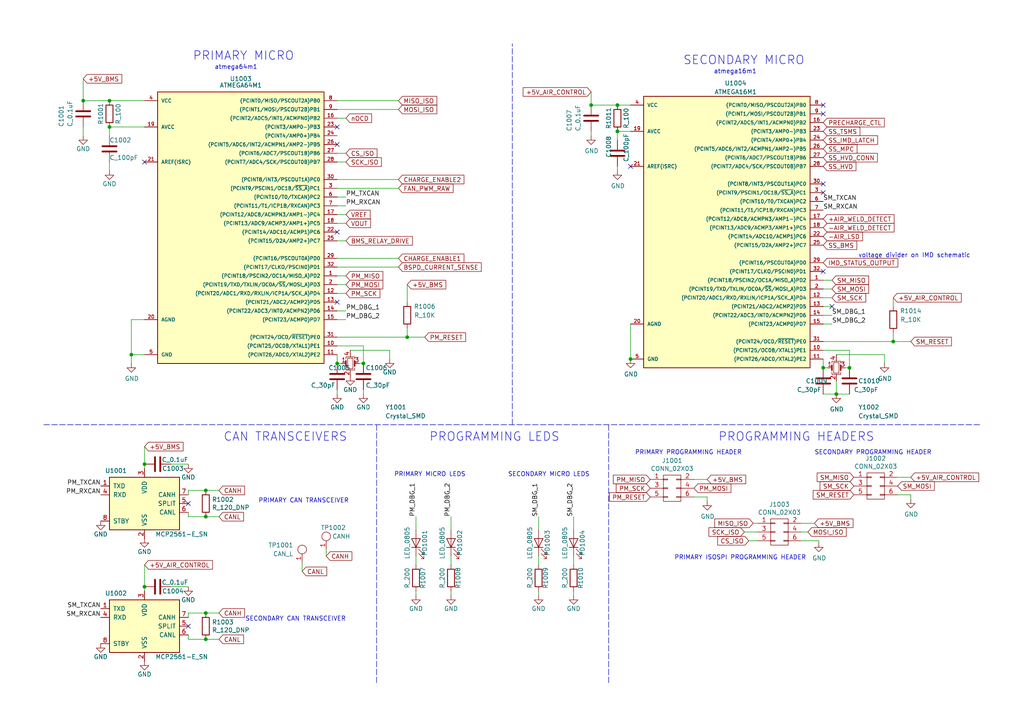
<source format=kicad_sch>
(kicad_sch (version 20211123) (generator eeschema)
  (paper "A4")
  (lib_symbols
    (symbol "formula:ATMEGA16M1" (pin_names (offset 1.016))
      (property "Reference" "U" (at -24.13 46.482 0))
      (property "Value" "ATMEGA16M1" (at 12.7 -35.56 0))
      (symbol "ATMEGA16M1_0_1"
        (rectangle (start -24.13 45.72) (end 24.13 -33.02) (stroke (width 0.254)) (fill (type background)))
      )
      (symbol "ATMEGA16M1_1_1"
        (pin bidirectional line (at 27.94 -7.62 180) (length 3.81) (name "(PCINT18/PSCIN2/OC1A/MISO_A)PD2") (number "1"))
        (pin bidirectional line (at 27.94 -27.94 180) (length 3.81) (name "(PCINT25/OC0B/XTAL1)PE1") (number "10"))
        (pin bidirectional line (at 27.94 -30.48 180) (length 3.81) (name "(PCINT26/ADC0/XTAL2)PE2") (number "11"))
        (pin bidirectional line (at 27.94 -12.7 180) (length 3.81) (name "(PCINT20/ADC1/RXD/RXLIN/ICP1A/SCK_A)PD4") (number "12"))
        (pin bidirectional line (at 27.94 -15.24 180) (length 3.81) (name "(PCINT21/ADC2/ACMP2)PD5") (number "13"))
        (pin bidirectional line (at 27.94 -17.78 180) (length 3.81) (name "(PCINT22/ADC3/INT0/ACMPN2)PD6") (number "14"))
        (pin bidirectional line (at 27.94 -20.32 180) (length 3.81) (name "(PCINT23/ACMP0)PD7") (number "15"))
        (pin bidirectional line (at 27.94 38.1 180) (length 3.81) (name "(PCINT2/ADC5/INT1/ACMPN0)PB2") (number "16"))
        (pin bidirectional line (at 27.94 10.16 180) (length 3.81) (name "(PCINT12/ADC8/ACMPN3/AMP1-)PC4") (number "17"))
        (pin bidirectional line (at 27.94 7.62 180) (length 3.81) (name "(PCINT13/ADC9/ACMP3/AMP1+)PC5") (number "18"))
        (pin power_in line (at -27.94 35.56 0) (length 3.81) (name "AVCC") (number "19"))
        (pin bidirectional line (at 27.94 -10.16 180) (length 3.81) (name "(PCINT19/TXD/TXLIN/OC0A/~{SS}/MOSI_A)PD3") (number "2"))
        (pin power_in line (at -27.94 -20.32 0) (length 3.81) (name "AGND") (number "20"))
        (pin power_in line (at -27.94 25.4 0) (length 3.81) (name "AREF(ISRC)") (number "21"))
        (pin bidirectional line (at 27.94 5.08 180) (length 3.81) (name "(PCINT14/ADC10/ACMP1)PC6") (number "22"))
        (pin bidirectional line (at 27.94 35.56 180) (length 3.81) (name "(PCINT3/AMP0-)PB3") (number "23"))
        (pin bidirectional line (at 27.94 33.02 180) (length 3.81) (name "(PCINT4/AMP0+)PB4") (number "24"))
        (pin bidirectional line (at 27.94 2.54 180) (length 3.81) (name "(PCINT15/D2A/AMP2+)PC7") (number "25"))
        (pin bidirectional line (at 27.94 30.48 180) (length 3.81) (name "(PCINT5/ADC6/INT2/ACMPN1/AMP2-)PB5") (number "26"))
        (pin bidirectional line (at 27.94 27.94 180) (length 3.81) (name "(PCINT6/ADC7/PSCOUT1B)PB6") (number "27"))
        (pin bidirectional line (at 27.94 25.4 180) (length 3.81) (name "(PCINT7/ADC4/SCK/PSCOUT0B)PB7") (number "28"))
        (pin bidirectional line (at 27.94 -2.54 180) (length 3.81) (name "(PCINT16/PSCOUT0A)PD0") (number "29"))
        (pin bidirectional line (at 27.94 17.78 180) (length 3.81) (name "(PCINT9/PSCIN1/OC1B/~{SS_A})PC1") (number "3"))
        (pin bidirectional line (at 27.94 20.32 180) (length 3.81) (name "(PCINT8/INT3/PSCOUT1A)PC0") (number "30"))
        (pin bidirectional line (at 27.94 -25.4 180) (length 3.81) (name "(PCINT24/OCD/~{RESET})PE0") (number "31"))
        (pin bidirectional line (at 27.94 -5.08 180) (length 3.81) (name "(PCINT17/CLKO/PSCIN0)PD1") (number "32"))
        (pin power_in line (at -27.94 43.18 0) (length 3.81) (name "VCC") (number "4"))
        (pin power_in line (at -27.94 -30.48 0) (length 3.81) (name "GND") (number "5"))
        (pin bidirectional line (at 27.94 15.24 180) (length 3.81) (name "(PCINT10/T0/TXCAN)PC2") (number "6"))
        (pin bidirectional line (at 27.94 12.7 180) (length 3.81) (name "(PCINT11/T1/ICP1B/RXCAN)PC3") (number "7"))
        (pin bidirectional line (at 27.94 43.18 180) (length 3.81) (name "(PCINT0/MISO/PSCOUT2A)PB0") (number "8"))
        (pin bidirectional line (at 27.94 40.64 180) (length 3.81) (name "(PCINT1/MOSI/PSCOUT2B)PB1") (number "9"))
      )
    )
    (symbol "formula:ATMEGA64M1" (pin_names (offset 1.016))
      (property "Reference" "U" (at -24.13 46.482 0))
      (property "Value" "ATMEGA64M1" (at 12.7 -35.56 0))
      (symbol "ATMEGA64M1_0_1"
        (rectangle (start -24.13 45.72) (end 24.13 -33.02) (stroke (width 0.254)) (fill (type background)))
      )
      (symbol "ATMEGA64M1_1_1"
        (pin bidirectional line (at 27.94 -7.62 180) (length 3.81) (name "(PCINT18/PSCIN2/OC1A/MISO_A)PD2") (number "1"))
        (pin bidirectional line (at 27.94 -27.94 180) (length 3.81) (name "(PCINT25/OC0B/XTAL1)PE1") (number "10"))
        (pin bidirectional line (at 27.94 -30.48 180) (length 3.81) (name "(PCINT26/ADC0/XTAL2)PE2") (number "11"))
        (pin bidirectional line (at 27.94 -12.7 180) (length 3.81) (name "(PCINT20/ADC1/RXD/RXLIN/ICP1A/SCK_A)PD4") (number "12"))
        (pin bidirectional line (at 27.94 -15.24 180) (length 3.81) (name "(PCINT21/ADC2/ACMP2)PD5") (number "13"))
        (pin bidirectional line (at 27.94 -17.78 180) (length 3.81) (name "(PCINT22/ADC3/INT0/ACMPN2)PD6") (number "14"))
        (pin bidirectional line (at 27.94 -20.32 180) (length 3.81) (name "(PCINT23/ACMP0)PD7") (number "15"))
        (pin bidirectional line (at 27.94 38.1 180) (length 3.81) (name "(PCINT2/ADC5/INT1/ACMPN0)PB2") (number "16"))
        (pin bidirectional line (at 27.94 10.16 180) (length 3.81) (name "(PCINT12/ADC8/ACMPN3/AMP1-)PC4") (number "17"))
        (pin bidirectional line (at 27.94 7.62 180) (length 3.81) (name "(PCINT13/ADC9/ACMP3/AMP1+)PC5") (number "18"))
        (pin power_in line (at -27.94 35.56 0) (length 3.81) (name "AVCC") (number "19"))
        (pin bidirectional line (at 27.94 -10.16 180) (length 3.81) (name "(PCINT19/TXD/TXLIN/OC0A/~{SS}/MOSI_A)PD3") (number "2"))
        (pin power_in line (at -27.94 -20.32 0) (length 3.81) (name "AGND") (number "20"))
        (pin power_in line (at -27.94 25.4 0) (length 3.81) (name "AREF(ISRC)") (number "21"))
        (pin bidirectional line (at 27.94 5.08 180) (length 3.81) (name "(PCINT14/ADC10/ACMP1)PC6") (number "22"))
        (pin bidirectional line (at 27.94 35.56 180) (length 3.81) (name "(PCINT3/AMP0-)PB3") (number "23"))
        (pin bidirectional line (at 27.94 33.02 180) (length 3.81) (name "(PCINT4/AMP0+)PB4") (number "24"))
        (pin bidirectional line (at 27.94 2.54 180) (length 3.81) (name "(PCINT15/D2A/AMP2+)PC7") (number "25"))
        (pin bidirectional line (at 27.94 30.48 180) (length 3.81) (name "(PCINT5/ADC6/INT2/ACMPN1/AMP2-)PB5") (number "26"))
        (pin bidirectional line (at 27.94 27.94 180) (length 3.81) (name "(PCINT6/ADC7/PSCOUT1B)PB6") (number "27"))
        (pin bidirectional line (at 27.94 25.4 180) (length 3.81) (name "(PCINT7/ADC4/SCK/PSCOUT0B)PB7") (number "28"))
        (pin bidirectional line (at 27.94 -2.54 180) (length 3.81) (name "(PCINT16/PSCOUT0A)PD0") (number "29"))
        (pin bidirectional line (at 27.94 17.78 180) (length 3.81) (name "(PCINT9/PSCIN1/OC1B/~{SS_A})PC1") (number "3"))
        (pin bidirectional line (at 27.94 20.32 180) (length 3.81) (name "(PCINT8/INT3/PSCOUT1A)PC0") (number "30"))
        (pin bidirectional line (at 27.94 -25.4 180) (length 3.81) (name "(PCINT24/OCD/~{RESET})PE0") (number "31"))
        (pin bidirectional line (at 27.94 -5.08 180) (length 3.81) (name "(PCINT17/CLKO/PSCIN0)PD1") (number "32"))
        (pin power_in line (at -27.94 43.18 0) (length 3.81) (name "VCC") (number "4"))
        (pin power_in line (at -27.94 -30.48 0) (length 3.81) (name "GND") (number "5"))
        (pin bidirectional line (at 27.94 15.24 180) (length 3.81) (name "(PCINT10/T0/TXCAN)PC2") (number "6"))
        (pin bidirectional line (at 27.94 12.7 180) (length 3.81) (name "(PCINT11/T1/ICP1B/RXCAN)PC3") (number "7"))
        (pin bidirectional line (at 27.94 43.18 180) (length 3.81) (name "(PCINT0/MISO/PSCOUT2A)PB0") (number "8"))
        (pin bidirectional line (at 27.94 40.64 180) (length 3.81) (name "(PCINT1/MOSI/PSCOUT2B)PB1") (number "9"))
      )
    )
    (symbol "formula:CONN_02X03" (pin_names (offset 0.0254) hide)
      (property "Reference" "J" (at 0 5.08 0))
      (property "Value" "CONN_02X03" (at 0 -5.08 0))
      (symbol "CONN_02X03_0_1"
        (rectangle (start -2.54 -2.413) (end -1.27 -2.667))
        (rectangle (start -2.54 0.127) (end -1.27 -0.127))
        (rectangle (start -2.54 2.667) (end -1.27 2.413))
        (rectangle (start -2.54 3.81) (end 2.54 -3.81))
        (rectangle (start 1.27 -2.413) (end 2.54 -2.667))
        (rectangle (start 1.27 0.127) (end 2.54 -0.127))
        (rectangle (start 1.27 2.667) (end 2.54 2.413))
      )
      (symbol "CONN_02X03_1_1"
        (pin passive line (at -6.35 2.54 0) (length 3.81) (name "P1") (number "1"))
        (pin passive line (at 6.35 2.54 180) (length 3.81) (name "P2") (number "2"))
        (pin passive line (at -6.35 0 0) (length 3.81) (name "P3") (number "3"))
        (pin passive line (at 6.35 0 180) (length 3.81) (name "P4") (number "4"))
        (pin passive line (at -6.35 -2.54 0) (length 3.81) (name "P5") (number "5"))
        (pin passive line (at 6.35 -2.54 180) (length 3.81) (name "P6") (number "6"))
      )
    )
    (symbol "formula:C_0.1uF" (pin_numbers hide) (pin_names (offset 0.254))
      (property "Reference" "C" (at 0.635 2.54 0))
      (property "Value" "C_0.1uF" (at 0.635 -2.54 0))
      (symbol "C_0.1uF_0_1"
        (polyline (pts (xy -2.032 -0.762) (xy 2.032 -0.762)) (stroke (width 0.508)))
        (polyline (pts (xy -2.032 0.762) (xy 2.032 0.762)) (stroke (width 0.508)))
      )
      (symbol "C_0.1uF_1_1"
        (pin passive line (at 0 3.81 270) (length 2.794) (name "~") (number "1"))
        (pin passive line (at 0 -3.81 90) (length 2.794) (name "~") (number "2"))
      )
    )
    (symbol "formula:C_100pF" (pin_numbers hide) (pin_names (offset 0.254))
      (property "Reference" "C" (at 0.635 2.54 0))
      (property "Value" "C_100pF" (at 0.635 -2.54 0))
      (symbol "C_100pF_0_1"
        (polyline (pts (xy -2.032 -0.762) (xy 2.032 -0.762)) (stroke (width 0.508)))
        (polyline (pts (xy -2.032 0.762) (xy 2.032 0.762)) (stroke (width 0.508)))
      )
      (symbol "C_100pF_1_1"
        (pin passive line (at 0 3.81 270) (length 2.794) (name "~") (number "1"))
        (pin passive line (at 0 -3.81 90) (length 2.794) (name "~") (number "2"))
      )
    )
    (symbol "formula:C_30pF" (pin_numbers hide) (pin_names (offset 0.254))
      (property "Reference" "C" (at 0.635 2.54 0))
      (property "Value" "C_30pF" (at 0.635 -2.54 0))
      (symbol "C_30pF_0_1"
        (polyline (pts (xy -2.032 -0.762) (xy 2.032 -0.762)) (stroke (width 0.508)))
        (polyline (pts (xy -2.032 0.762) (xy 2.032 0.762)) (stroke (width 0.508)))
      )
      (symbol "C_30pF_1_1"
        (pin passive line (at 0 3.81 270) (length 2.794) (name "~") (number "1"))
        (pin passive line (at 0 -3.81 90) (length 2.794) (name "~") (number "2"))
      )
    )
    (symbol "formula:Crystal_SMD" (pin_names (offset 1.016) hide)
      (property "Reference" "Y" (at 1.27 4.445 0))
      (property "Value" "Crystal_SMD" (at 1.27 2.54 0))
      (symbol "Crystal_SMD_0_1"
        (rectangle (start -0.762 -1.524) (end 0.762 1.524))
        (polyline (pts (xy -1.27 -0.762) (xy -1.27 0.762)) (stroke (width 0.381)))
        (polyline (pts (xy 1.27 -0.762) (xy 1.27 0.762)) (stroke (width 0.381)))
        (polyline (pts (xy -1.27 -1.27) (xy -1.27 -1.905) (xy 1.27 -1.905) (xy 1.27 -1.27)))
        (polyline (pts (xy -1.27 1.27) (xy -1.27 1.905) (xy 1.27 1.905) (xy 1.27 1.27)))
      )
      (symbol "Crystal_SMD_1_1"
        (pin passive line (at -2.54 0 0) (length 1.27) (name "1") (number "1"))
        (pin passive line (at 0 -3.81 90) (length 1.905) (name "2") (number "2"))
        (pin passive line (at 2.54 0 180) (length 1.27) (name "3") (number "3"))
        (pin passive line (at 0 3.81 270) (length 1.905) (name "4") (number "4"))
      )
    )
    (symbol "formula:LED_0805" (pin_numbers hide) (pin_names (offset 1.016) hide)
      (property "Reference" "D" (at 0 -2.54 0))
      (property "Value" "LED_0805" (at 0 2.54 0))
      (symbol "LED_0805_0_1"
        (polyline (pts (xy -1.27 -1.27) (xy -1.27 1.27)) (stroke (width 0.2032)))
        (polyline (pts (xy -1.27 0) (xy 1.27 0)))
        (polyline (pts (xy 1.27 -1.27) (xy 1.27 1.27) (xy -1.27 0) (xy 1.27 -1.27)) (stroke (width 0.2032)))
        (polyline (pts (xy -3.048 -0.762) (xy -4.572 -2.286) (xy -3.81 -2.286) (xy -4.572 -2.286) (xy -4.572 -1.524)))
        (polyline (pts (xy -1.778 -0.762) (xy -3.302 -2.286) (xy -2.54 -2.286) (xy -3.302 -2.286) (xy -3.302 -1.524)))
      )
      (symbol "LED_0805_1_1"
        (pin passive line (at -3.81 0 0) (length 2.54) (name "K") (number "1"))
        (pin passive line (at 3.81 0 180) (length 2.54) (name "A") (number "2"))
      )
    )
    (symbol "formula:MCP2561-E_SN" (pin_names (offset 1.016))
      (property "Reference" "U" (at -10.16 8.89 0))
      (property "Value" "MCP2561-E_SN" (at 2.54 8.89 0))
      (symbol "MCP2561-E_SN_0_1"
        (rectangle (start -10.16 7.62) (end 10.16 -7.62) (stroke (width 0.254)) (fill (type background)))
      )
      (symbol "MCP2561-E_SN_1_1"
        (pin input line (at -12.7 5.08 0) (length 2.54) (name "TXD") (number "1"))
        (pin power_in line (at 0 -10.16 90) (length 2.54) (name "VSS") (number "2"))
        (pin power_in line (at 0 10.16 270) (length 2.54) (name "VDD") (number "3"))
        (pin output line (at -12.7 2.54 0) (length 2.54) (name "RXD") (number "4"))
        (pin passive line (at 12.7 0 180) (length 2.54) (name "SPLIT") (number "5"))
        (pin bidirectional line (at 12.7 -2.54 180) (length 2.54) (name "CANL") (number "6"))
        (pin bidirectional line (at 12.7 2.54 180) (length 2.54) (name "CANH") (number "7"))
        (pin input line (at -12.7 -5.08 0) (length 2.54) (name "STBY") (number "8"))
      )
    )
    (symbol "formula:R_100" (pin_numbers hide) (pin_names (offset 0))
      (property "Reference" "R" (at 2.032 0 90))
      (property "Value" "R_100" (at -2.54 0 90))
      (symbol "R_100_0_1"
        (rectangle (start -1.016 -2.54) (end 1.016 2.54) (stroke (width 0.254)))
      )
      (symbol "R_100_1_1"
        (pin passive line (at 0 3.81 270) (length 1.27) (name "~") (number "1"))
        (pin passive line (at 0 -3.81 90) (length 1.27) (name "~") (number "2"))
      )
    )
    (symbol "formula:R_10K" (pin_numbers hide) (pin_names (offset 0))
      (property "Reference" "R" (at 2.032 0 90))
      (property "Value" "R_10K" (at -2.54 0 90))
      (symbol "R_10K_0_1"
        (rectangle (start -1.016 -2.54) (end 1.016 2.54) (stroke (width 0.254)))
      )
      (symbol "R_10K_1_1"
        (pin passive line (at 0 3.81 270) (length 1.27) (name "~") (number "1"))
        (pin passive line (at 0 -3.81 90) (length 1.27) (name "~") (number "2"))
      )
    )
    (symbol "formula:R_120_DNP" (pin_numbers hide) (pin_names (offset 0))
      (property "Reference" "R" (at 2.032 0 90))
      (property "Value" "R_120_DNP" (at -2.54 0 90))
      (symbol "R_120_DNP_0_1"
        (rectangle (start -1.016 -2.54) (end 1.016 2.54) (stroke (width 0.254)))
      )
      (symbol "R_120_DNP_1_1"
        (pin passive line (at 0 3.81 270) (length 1.27) (name "~") (number "1"))
        (pin passive line (at 0 -3.81 90) (length 1.27) (name "~") (number "2"))
      )
    )
    (symbol "formula:R_200" (pin_numbers hide) (pin_names (offset 0))
      (property "Reference" "R" (at 2.032 0 90))
      (property "Value" "R_200" (at -2.54 0 90))
      (symbol "R_200_0_1"
        (rectangle (start -1.016 -2.54) (end 1.016 2.54) (stroke (width 0.254)))
      )
      (symbol "R_200_1_1"
        (pin passive line (at 0 3.81 270) (length 1.27) (name "~") (number "1"))
        (pin passive line (at 0 -3.81 90) (length 1.27) (name "~") (number "2"))
      )
    )
    (symbol "formula:Test_Point_SMD" (pin_names (offset 1.016))
      (property "Reference" "TP" (at 0 7.62 0))
      (property "Value" "Test_Point_SMD" (at 1.27 5.08 0))
      (symbol "Test_Point_SMD_1_1"
        (circle (center 0 2.54) (radius 1.27))
        (pin input line (at 0 -1.27 90) (length 2.54) (name "~") (number "1"))
      )
    )
    (symbol "power:GND" (power) (pin_names (offset 0))
      (property "Value" "GND" (at 0 -3.81 0))
      (symbol "GND_0_1"
        (polyline (pts (xy 0 0) (xy 0 -1.27) (xy 1.27 -1.27) (xy 0 -2.54) (xy -1.27 -1.27) (xy 0 -1.27)))
      )
      (symbol "GND_1_1"
        (pin power_in line (at 0 0 270) (length 0) hide (name "GND") (number "1"))
      )
    )
  )
  (junction (at 24.13 29.21))
  (junction (at 31.75 36.83))
  (junction (at 59.69 185.42))
  (junction (at 179.07 30.48))
  (junction (at 118.11 97.79))
  (junction (at 238.76 106.68))
  (junction (at 59.69 177.8))
  (junction (at 182.88 104.14))
  (junction (at 31.75 29.21))
  (junction (at 97.79 105.41))
  (junction (at 259.08 99.06))
  (junction (at 246.38 106.68))
  (junction (at 59.69 142.24))
  (junction (at 171.45 30.48))
  (junction (at 59.69 149.86))
  (junction (at 179.07 38.1))
  (junction (at 41.91 134.62))
  (junction (at 38.1 102.87))
  (junction (at 242.57 114.3))
  (junction (at 105.41 105.41))
  (junction (at 41.91 170.18))
  (no_connect (at 238.76 55.88))
  (no_connect (at 238.76 53.34))
  (no_connect (at 241.3 88.9))
  (no_connect (at 238.76 78.74))
  (no_connect (at 97.79 87.63))
  (no_connect (at 182.88 48.26))
  (no_connect (at 238.76 30.48))
  (no_connect (at 238.76 33.02))
  (no_connect (at 97.79 41.91))
  (no_connect (at 54.61 146.05))
  (no_connect (at 97.79 67.31))
  (no_connect (at 54.61 181.61))
  (no_connect (at 97.79 36.83))
  (no_connect (at 41.91 46.99))
  (wire (pts (xy 97.79 54.61) (xy 115.57 54.61)))
  (wire (pts (xy 31.75 36.83) (xy 31.75 39.37)))
  (wire (pts (xy 97.79 74.93) (xy 115.57 74.93)))
  (wire (pts (xy 241.3 86.36) (xy 238.76 86.36)))
  (wire (pts (xy 54.61 149.86) (xy 54.61 148.59)))
  (wire (pts (xy 97.79 80.01) (xy 100.33 80.01)))
  (wire (pts (xy 94.615 159.385) (xy 94.615 161.29)))
  (wire (pts (xy 166.37 149.86) (xy 166.37 153.67)))
  (wire (pts (xy 49.53 170.18) (xy 54.61 170.18)))
  (wire (pts (xy 166.37 161.29) (xy 166.37 163.83)))
  (wire (pts (xy 24.13 36.83) (xy 24.13 39.37)))
  (wire (pts (xy 205.105 145.415) (xy 205.105 144.145)))
  (wire (pts (xy 31.75 29.21) (xy 41.91 29.21)))
  (wire (pts (xy 41.91 163.83) (xy 41.91 170.18)))
  (wire (pts (xy 171.45 26.67) (xy 171.45 30.48)))
  (wire (pts (xy 54.61 185.42) (xy 54.61 184.15)))
  (wire (pts (xy 59.69 177.8) (xy 63.5 177.8)))
  (wire (pts (xy 97.79 64.77) (xy 100.33 64.77)))
  (wire (pts (xy 97.79 113.03) (xy 97.79 114.3)))
  (wire (pts (xy 246.38 101.6) (xy 246.38 106.68)))
  (wire (pts (xy 97.79 69.85) (xy 100.33 69.85)))
  (wire (pts (xy 232.41 154.305) (xy 234.315 154.305)))
  (wire (pts (xy 241.3 81.28) (xy 238.76 81.28)))
  (wire (pts (xy 115.57 29.21) (xy 97.79 29.21)))
  (wire (pts (xy 120.65 171.45) (xy 120.65 172.72)))
  (wire (pts (xy 130.81 171.45) (xy 130.81 172.72)))
  (wire (pts (xy 97.79 77.47) (xy 115.57 77.47)))
  (wire (pts (xy 259.08 96.52) (xy 259.08 99.06)))
  (wire (pts (xy 179.07 48.26) (xy 179.07 49.53)))
  (wire (pts (xy 171.45 38.1) (xy 171.45 39.37)))
  (wire (pts (xy 97.79 59.69) (xy 100.33 59.69)))
  (wire (pts (xy 38.1 92.71) (xy 38.1 102.87)))
  (wire (pts (xy 97.79 82.55) (xy 100.33 82.55)))
  (wire (pts (xy 242.57 110.49) (xy 242.57 114.3)))
  (wire (pts (xy 41.91 92.71) (xy 38.1 92.71)))
  (wire (pts (xy 101.6 101.6) (xy 113.03 101.6)))
  (wire (pts (xy 97.79 46.99) (xy 100.33 46.99)))
  (wire (pts (xy 97.79 92.71) (xy 100.33 92.71)))
  (polyline (pts (xy 12.7 123.19) (xy 284.48 123.19)))
  (wire (pts (xy 24.13 29.21) (xy 31.75 29.21)))
  (wire (pts (xy 113.03 101.6) (xy 113.03 104.14)))
  (wire (pts (xy 41.91 129.54) (xy 41.91 134.62)))
  (wire (pts (xy 97.79 57.15) (xy 100.33 57.15)))
  (wire (pts (xy 238.76 101.6) (xy 246.38 101.6)))
  (wire (pts (xy 238.76 88.9) (xy 241.3 88.9)))
  (wire (pts (xy 130.81 149.86) (xy 130.81 153.67)))
  (polyline (pts (xy 109.22 123.19) (xy 109.22 198.12)))
  (wire (pts (xy 97.79 100.33) (xy 105.41 100.33)))
  (wire (pts (xy 49.53 134.62) (xy 54.61 134.62)))
  (wire (pts (xy 156.21 161.29) (xy 156.21 163.83)))
  (polyline (pts (xy 176.53 123.19) (xy 176.53 198.12)))
  (wire (pts (xy 171.45 30.48) (xy 179.07 30.48)))
  (wire (pts (xy 54.61 185.42) (xy 59.69 185.42)))
  (wire (pts (xy 238.76 114.3) (xy 242.57 114.3)))
  (wire (pts (xy 240.03 106.68) (xy 238.76 106.68)))
  (wire (pts (xy 130.81 161.29) (xy 130.81 163.83)))
  (wire (pts (xy 264.16 144.78) (xy 264.16 143.51)))
  (wire (pts (xy 218.44 151.765) (xy 219.71 151.765)))
  (wire (pts (xy 118.11 95.25) (xy 118.11 97.79)))
  (wire (pts (xy 97.79 31.75) (xy 115.57 31.75)))
  (wire (pts (xy 156.21 149.86) (xy 156.21 153.67)))
  (wire (pts (xy 105.41 105.41) (xy 104.14 105.41)))
  (wire (pts (xy 260.35 138.43) (xy 264.16 138.43)))
  (wire (pts (xy 156.21 171.45) (xy 156.21 172.72)))
  (wire (pts (xy 241.3 93.98) (xy 238.76 93.98)))
  (wire (pts (xy 238.76 99.06) (xy 259.08 99.06)))
  (wire (pts (xy 232.41 151.765) (xy 236.22 151.765)))
  (wire (pts (xy 241.3 83.82) (xy 238.76 83.82)))
  (wire (pts (xy 259.08 86.36) (xy 259.08 88.9)))
  (wire (pts (xy 264.16 143.51) (xy 260.35 143.51)))
  (wire (pts (xy 201.295 139.065) (xy 205.105 139.065)))
  (wire (pts (xy 97.79 44.45) (xy 100.33 44.45)))
  (wire (pts (xy 54.61 177.8) (xy 54.61 179.07)))
  (wire (pts (xy 242.57 102.87) (xy 256.54 102.87)))
  (wire (pts (xy 105.41 113.03) (xy 105.41 114.3)))
  (wire (pts (xy 38.1 102.87) (xy 41.91 102.87)))
  (wire (pts (xy 97.79 97.79) (xy 118.11 97.79)))
  (wire (pts (xy 38.1 102.87) (xy 38.1 105.41)))
  (wire (pts (xy 97.79 90.17) (xy 100.33 90.17)))
  (wire (pts (xy 54.61 177.8) (xy 59.69 177.8)))
  (wire (pts (xy 54.61 142.24) (xy 54.61 143.51)))
  (wire (pts (xy 59.69 142.24) (xy 63.5 142.24)))
  (wire (pts (xy 41.91 170.18) (xy 41.91 171.45)))
  (wire (pts (xy 54.61 149.86) (xy 59.69 149.86)))
  (wire (pts (xy 54.61 142.24) (xy 59.69 142.24)))
  (wire (pts (xy 182.88 93.98) (xy 182.88 104.14)))
  (wire (pts (xy 217.17 156.845) (xy 219.71 156.845)))
  (wire (pts (xy 97.79 34.29) (xy 100.33 34.29)))
  (wire (pts (xy 241.3 91.44) (xy 238.76 91.44)))
  (wire (pts (xy 24.13 29.21) (xy 24.13 22.86)))
  (wire (pts (xy 105.41 100.33) (xy 105.41 105.41)))
  (wire (pts (xy 205.105 144.145) (xy 201.295 144.145)))
  (wire (pts (xy 238.76 104.14) (xy 238.76 106.68)))
  (polyline (pts (xy 148.59 123.19) (xy 148.59 12.7)))
  (wire (pts (xy 97.79 62.23) (xy 100.33 62.23)))
  (wire (pts (xy 31.75 46.99) (xy 31.75 49.53)))
  (wire (pts (xy 242.57 114.3) (xy 246.38 114.3)))
  (wire (pts (xy 97.79 85.09) (xy 100.33 85.09)))
  (wire (pts (xy 120.65 161.29) (xy 120.65 163.83)))
  (wire (pts (xy 59.69 185.42) (xy 63.5 185.42)))
  (wire (pts (xy 97.79 52.07) (xy 115.57 52.07)))
  (wire (pts (xy 59.69 149.86) (xy 63.5 149.86)))
  (wire (pts (xy 232.41 156.845) (xy 237.49 156.845)))
  (wire (pts (xy 179.07 38.1) (xy 179.07 40.64)))
  (wire (pts (xy 97.79 102.87) (xy 97.79 105.41)))
  (wire (pts (xy 118.11 97.79) (xy 123.19 97.79)))
  (wire (pts (xy 87.63 163.195) (xy 87.63 165.735)))
  (wire (pts (xy 31.75 36.83) (xy 41.91 36.83)))
  (wire (pts (xy 120.65 149.86) (xy 120.65 153.67)))
  (wire (pts (xy 237.49 156.845) (xy 237.49 157.48)))
  (wire (pts (xy 41.91 134.62) (xy 41.91 135.89)))
  (wire (pts (xy 179.07 30.48) (xy 182.88 30.48)))
  (wire (pts (xy 259.08 99.06) (xy 264.16 99.06)))
  (wire (pts (xy 97.79 105.41) (xy 99.06 105.41)))
  (wire (pts (xy 256.54 102.87) (xy 256.54 105.41)))
  (wire (pts (xy 245.11 106.68) (xy 246.38 106.68)))
  (wire (pts (xy 166.37 171.45) (xy 166.37 172.72)))
  (wire (pts (xy 182.88 38.1) (xy 179.07 38.1)))
  (wire (pts (xy 118.11 82.55) (xy 118.11 87.63)))
  (wire (pts (xy 215.9 154.305) (xy 219.71 154.305)))
  (text "PRIMARY PROGRAMMING HEADER" (at 184.15 132.08 0) (effects (font (size 1.27 1.27)) (justify left bottom)))
  (text "atmega64m1\n" (at 62.23 20.32 0) (effects (font (size 1.27 1.27)) (justify left bottom)))
  (text "SECONDARY CAN TRANSCEIVER" (at 71.12 180.34 0) (effects (font (size 1.27 1.27)) (justify left bottom)))
  (text "PROGRAMMING HEADERS" (at 208.28 128.27 0) (effects (font (size 2.4892 2.4892)) (justify left bottom)))
  (text "atmega16m1\n" (at 207.01 21.59 0) (effects (font (size 1.27 1.27)) (justify left bottom)))
  (text "PROGRAMMING LEDS" (at 124.46 128.27 0) (effects (font (size 2.4892 2.4892)) (justify left bottom)))
  (text "PRIMARY MICRO LEDS" (at 114.3 138.43 0) (effects (font (size 1.27 1.27)) (justify left bottom)))
  (text "voltage divider on IMD schematic" (at 248.92 74.93 0) (effects (font (size 1.27 1.27)) (justify left bottom)))
  (text "SECONDARY MICRO LEDS" (at 147.32 138.43 0) (effects (font (size 1.27 1.27)) (justify left bottom)))
  (text "PRIMARY MICRO" (at 55.88 17.78 0) (effects (font (size 2.4892 2.4892)) (justify left bottom)))
  (text "SECONDARY PROGRAMMING HEADER" (at 236.22 132.08 0) (effects (font (size 1.27 1.27)) (justify left bottom)))
  (text "PRIMARY ISOSPI PROGRAMMING HEADER" (at 195.58 162.56 0) (effects (font (size 1.27 1.27)) (justify left bottom)))
  (text "SECONDARY MICRO" (at 198.12 19.05 0) (effects (font (size 2.4892 2.4892)) (justify left bottom)))
  (text "PRIMARY CAN TRANSCEIVER" (at 74.93 146.05 0) (effects (font (size 1.27 1.27)) (justify left bottom)))
  (text "CAN TRANSCEIVERS" (at 64.77 128.27 0) (effects (font (size 2.4892 2.4892)) (justify left bottom)))
  (label "SM_DBG_2" (at 166.37 149.86 90))
  (label "SM_RXCAN" (at 238.76 60.96 0))
  (label "SM_DBG_1" (at 156.21 149.86 90))
  (label "PM_RXCAN" (at 100.33 59.69 0))
  (label "PM_DBG_1" (at 100.33 90.17 0))
  (label "PM_TXCAN" (at 100.33 57.15 0))
  (label "PM_DBG_1" (at 120.65 149.86 90))
  (label "PM_DBG_2" (at 100.33 92.71 0))
  (label "PM_DBG_2" (at 130.81 149.86 90))
  (label "PM_TXCAN" (at 29.21 140.97 180))
  (label "SM_DBG_1" (at 241.3 91.44 0))
  (label "PM_RXCAN" (at 29.21 143.51 180))
  (label "SM_TXCAN" (at 29.21 176.53 180))
  (label "SM_DBG_2" (at 241.3 93.98 0))
  (label "SM_RXCAN" (at 29.21 179.07 180))
  (label "SM_TXCAN" (at 238.76 58.42 0))
  (global_label "-AIR_WELD_DETECT" (shape input) (at 238.76 66.04 0) (property "Intersheet References" "${INTERSHEET_REFS}" (effects hide)))
  (global_label "MOSI_ISO" (shape input) (at 234.315 154.305 0) (property "Intersheet References" "${INTERSHEET_REFS}" (effects hide)))
  (global_label "IMD_STATUS_OUTPUT" (shape input) (at 238.76 76.2 0) (property "Intersheet References" "${INTERSHEET_REFS}" (effects hide)))
  (global_label "VOUT" (shape input) (at 100.33 64.77 0) (property "Intersheet References" "${INTERSHEET_REFS}" (effects hide)))
  (global_label "-AIR_LSD" (shape input) (at 238.76 68.58 0) (property "Intersheet References" "${INTERSHEET_REFS}" (effects hide)))
  (global_label "PM_SCK" (shape input) (at 100.33 85.09 0) (property "Intersheet References" "${INTERSHEET_REFS}" (effects hide)))
  (global_label "SCK_ISO" (shape input) (at 100.33 46.99 0) (property "Intersheet References" "${INTERSHEET_REFS}" (effects hide)))
  (global_label "PM_MISO" (shape input) (at 100.33 80.01 0) (property "Intersheet References" "${INTERSHEET_REFS}" (effects hide)))
  (global_label "VREF" (shape input) (at 100.33 62.23 0) (property "Intersheet References" "${INTERSHEET_REFS}" (effects hide)))
  (global_label "SM_RESET" (shape input) (at 247.65 143.51 180) (property "Intersheet References" "${INTERSHEET_REFS}" (effects hide)))
  (global_label "CANL" (shape input) (at 63.5 149.86 0) (property "Intersheet References" "${INTERSHEET_REFS}" (effects hide)))
  (global_label "SM_MISO" (shape input) (at 241.3 81.28 0) (property "Intersheet References" "${INTERSHEET_REFS}" (effects hide)))
  (global_label "PM_MOSI" (shape input) (at 100.33 82.55 0) (property "Intersheet References" "${INTERSHEET_REFS}" (effects hide)))
  (global_label "CANL" (shape input) (at 63.5 185.42 0) (property "Intersheet References" "${INTERSHEET_REFS}" (effects hide)))
  (global_label "+5V_BMS" (shape input) (at 205.105 139.065 0) (property "Intersheet References" "${INTERSHEET_REFS}" (effects hide)))
  (global_label "PM_SCK" (shape input) (at 188.595 141.605 180) (property "Intersheet References" "${INTERSHEET_REFS}" (effects hide)))
  (global_label "+5V_BMS" (shape input) (at 41.91 129.54 0) (property "Intersheet References" "${INTERSHEET_REFS}" (effects hide)))
  (global_label "SM_MOSI" (shape input) (at 241.3 83.82 0) (property "Intersheet References" "${INTERSHEET_REFS}" (effects hide)))
  (global_label "+5V_BMS" (shape input) (at 118.11 82.55 0) (property "Intersheet References" "${INTERSHEET_REFS}" (effects hide)))
  (global_label "FAN_PWM_RAW" (shape input) (at 115.57 54.61 0) (property "Intersheet References" "${INTERSHEET_REFS}" (effects hide)))
  (global_label "SS_BMS" (shape input) (at 238.76 71.12 0) (property "Intersheet References" "${INTERSHEET_REFS}" (effects hide)))
  (global_label "SCK_ISO" (shape input) (at 215.9 154.305 180) (property "Intersheet References" "${INTERSHEET_REFS}" (effects hide)))
  (global_label "CANH" (shape input) (at 94.615 161.29 0) (property "Intersheet References" "${INTERSHEET_REFS}" (effects hide)))
  (global_label "SM_MISO" (shape input) (at 247.65 138.43 180) (property "Intersheet References" "${INTERSHEET_REFS}" (effects hide)))
  (global_label "PM_RESET" (shape input) (at 123.19 97.79 0) (property "Intersheet References" "${INTERSHEET_REFS}" (effects hide)))
  (global_label "SS_HVD_CONN" (shape input) (at 238.76 45.72 0) (property "Intersheet References" "${INTERSHEET_REFS}" (effects hide)))
  (global_label "+5V_AIR_CONTROL" (shape input) (at 41.91 163.83 0) (property "Intersheet References" "${INTERSHEET_REFS}" (effects hide)))
  (global_label "MOSI_ISO" (shape input) (at 115.57 31.75 0) (property "Intersheet References" "${INTERSHEET_REFS}" (effects hide)))
  (global_label "PM_MOSI" (shape input) (at 201.295 141.605 0) (property "Intersheet References" "${INTERSHEET_REFS}" (effects hide)))
  (global_label "SM_SCK" (shape input) (at 241.3 86.36 0) (property "Intersheet References" "${INTERSHEET_REFS}" (effects hide)))
  (global_label "+5V_AIR_CONTROL" (shape input) (at 259.08 86.36 0) (property "Intersheet References" "${INTERSHEET_REFS}" (effects hide)))
  (global_label "MISO_ISO" (shape input) (at 218.44 151.765 180) (property "Intersheet References" "${INTERSHEET_REFS}" (effects hide)))
  (global_label "+5V_BMS" (shape input) (at 24.13 22.86 0) (property "Intersheet References" "${INTERSHEET_REFS}" (effects hide)))
  (global_label "MISO_ISO" (shape input) (at 115.57 29.21 0) (property "Intersheet References" "${INTERSHEET_REFS}" (effects hide)))
  (global_label "PM_MISO" (shape input) (at 188.595 139.065 180) (property "Intersheet References" "${INTERSHEET_REFS}" (effects hide)))
  (global_label "+AIR_WELD_DETECT" (shape input) (at 238.76 63.5 0) (property "Intersheet References" "${INTERSHEET_REFS}" (effects hide)))
  (global_label "CANL" (shape input) (at 87.63 165.735 0) (property "Intersheet References" "${INTERSHEET_REFS}" (effects hide)))
  (global_label "SM_SCK" (shape input) (at 247.65 140.97 180) (property "Intersheet References" "${INTERSHEET_REFS}" (effects hide)))
  (global_label "SS_HVD" (shape input) (at 238.76 48.26 0) (property "Intersheet References" "${INTERSHEET_REFS}" (effects hide)))
  (global_label "+5V_AIR_CONTROL" (shape input) (at 264.16 138.43 0) (property "Intersheet References" "${INTERSHEET_REFS}" (effects hide)))
  (global_label "CS_ISO" (shape input) (at 217.17 156.845 180) (property "Intersheet References" "${INTERSHEET_REFS}" (effects hide)))
  (global_label "SS_TSMS" (shape input) (at 238.76 38.1 0) (property "Intersheet References" "${INTERSHEET_REFS}" (effects hide)))
  (global_label "SS_MPC" (shape input) (at 238.76 43.18 0) (property "Intersheet References" "${INTERSHEET_REFS}" (effects hide)))
  (global_label "CHARGE_ENABLE1" (shape input) (at 115.57 74.93 0) (property "Intersheet References" "${INTERSHEET_REFS}" (effects hide)))
  (global_label "SS_IMD_LATCH" (shape input) (at 238.76 40.64 0) (property "Intersheet References" "${INTERSHEET_REFS}" (effects hide)))
  (global_label "BSPD_CURRENT_SENSE" (shape input) (at 115.57 77.47 0) (property "Intersheet References" "${INTERSHEET_REFS}" (effects hide)))
  (global_label "CS_ISO" (shape input) (at 100.33 44.45 0) (property "Intersheet References" "${INTERSHEET_REFS}" (effects hide)))
  (global_label "CANH" (shape input) (at 63.5 177.8 0) (property "Intersheet References" "${INTERSHEET_REFS}" (effects hide)))
  (global_label "PM_RESET" (shape input) (at 188.595 144.145 180) (property "Intersheet References" "${INTERSHEET_REFS}" (effects hide)))
  (global_label "+5V_BMS" (shape input) (at 236.22 151.765 0) (property "Intersheet References" "${INTERSHEET_REFS}" (effects hide)))
  (global_label "nOCD" (shape input) (at 100.33 34.29 0) (property "Intersheet References" "${INTERSHEET_REFS}" (effects hide)))
  (global_label "SM_MOSI" (shape input) (at 260.35 140.97 0) (property "Intersheet References" "${INTERSHEET_REFS}" (effects hide)))
  (global_label "CANH" (shape input) (at 63.5 142.24 0) (property "Intersheet References" "${INTERSHEET_REFS}" (effects hide)))
  (global_label "+5V_AIR_CONTROL" (shape input) (at 171.45 26.67 180) (property "Intersheet References" "${INTERSHEET_REFS}" (effects hide)))
  (global_label "SM_RESET" (shape input) (at 264.16 99.06 0) (property "Intersheet References" "${INTERSHEET_REFS}" (effects hide)))
  (global_label "PRECHARGE_CTL" (shape input) (at 238.76 35.56 0) (property "Intersheet References" "${INTERSHEET_REFS}" (effects hide)))
  (global_label "CHARGE_ENABLE2" (shape input) (at 115.57 52.07 0) (property "Intersheet References" "${INTERSHEET_REFS}" (effects hide)))
  (global_label "BMS_RELAY_DRIVE" (shape input) (at 100.33 69.85 0) (property "Intersheet References" "${INTERSHEET_REFS}" (effects hide)))
  (symbol (lib_id "formula:LED_0805") (at 120.65 157.48 90) (unit 1)
    (property "Reference" "PD1001" (at 123.19 157.48 0))
    (property "Value" "LED_0805" (at 118.11 157.48 0))
    (property "Footprint" "footprints:LED_0805_OEM" (effects hide))
    (property "Datasheet" "http://www.osram-os.com/Graphics/XPic9/00078860_0.pdf" (effects hide))
    (property "MFN" "DK" (effects hide))
    (property "MPN" "475-1410-1-ND" (effects hide))
    (property "PurchasingLink" "https://www.digikey.com/products/en?keywords=475-1410-1-ND" (effects hide))
  )
  (symbol (lib_id "formula:LED_0805") (at 130.81 157.48 90) (unit 1)
    (property "Reference" "PD1002" (at 133.35 157.48 0))
    (property "Value" "LED_0805" (at 128.27 157.48 0))
    (property "Footprint" "footprints:LED_0805_OEM" (effects hide))
    (property "Datasheet" "http://www.osram-os.com/Graphics/XPic9/00078860_0.pdf" (effects hide))
    (property "MFN" "DK" (effects hide))
    (property "MPN" "475-1410-1-ND" (effects hide))
    (property "PurchasingLink" "https://www.digikey.com/products/en?keywords=475-1410-1-ND" (effects hide))
  )
  (symbol (lib_id "formula:R_200") (at 120.65 167.64 0) (unit 1)
    (property "Reference" "R1007" (at 122.682 167.64 90))
    (property "Value" "R_200" (at 118.11 167.64 90))
    (property "Footprint" "footprints:R_0805_OEM" (effects hide))
    (property "Datasheet" "https://www.seielect.com/Catalog/SEI-RMCF_RMCP.pdf" (effects hide))
    (property "MFN" "DK" (effects hide))
    (property "MPN" "RMCF0805JT200RCT-ND" (effects hide))
    (property "PurchasingLink" "https://www.digikey.com/products/en?keywords=RMCF0805JT200RCT-ND" (effects hide))
  )
  (symbol (lib_id "formula:R_200") (at 130.81 167.64 0) (unit 1)
    (property "Reference" "R1008" (at 132.842 167.64 90))
    (property "Value" "R_200" (at 128.27 167.64 90))
    (property "Footprint" "footprints:R_0805_OEM" (effects hide))
    (property "Datasheet" "https://www.seielect.com/Catalog/SEI-RMCF_RMCP.pdf" (effects hide))
    (property "MFN" "DK" (effects hide))
    (property "MPN" "RMCF0805JT200RCT-ND" (effects hide))
    (property "PurchasingLink" "https://www.digikey.com/products/en?keywords=RMCF0805JT200RCT-ND" (effects hide))
  )
  (symbol (lib_id "power:GND") (at 120.65 172.72 0) (unit 1)
    (property "Reference" "#PWR0115" (effects hide))
    (property "Value" "GND" (at 120.65 176.53 0))
  )
  (symbol (lib_id "power:GND") (at 130.81 172.72 0) (unit 1)
    (property "Reference" "#PWR0118" (effects hide))
    (property "Value" "GND" (at 130.81 176.53 0))
  )
  (symbol (lib_id "formula:R_100") (at 31.75 33.02 0) (unit 1)
    (property "Reference" "R1001" (at 29.21 33.02 90))
    (property "Value" "R_100" (at 34.29 33.02 90))
    (property "Footprint" "footprints:R_0805_OEM" (effects hide))
    (property "Datasheet" "https://www.seielect.com/Catalog/SEI-rncp.pdf" (effects hide))
    (property "MFN" "Digi-Key" (effects hide))
    (property "MPN" "RNCP0805FTD100RCT-ND" (effects hide))
    (property "Package" "Value" (effects hide))
    (property "PurchasingLink" "https://www.digikey.com/products/en?keywords=RNCP0805FTD100RCT-ND" (effects hide))
  )
  (symbol (lib_id "formula:C_0.1uF") (at 24.13 33.02 0) (unit 1)
    (property "Reference" "C1001" (at 17.78 36.83 90) (effects (justify left)))
    (property "Value" "C_0.1uF" (at 20.32 36.83 90) (effects (justify left)))
    (property "Footprint" "footprints:C_0805_OEM" (effects hide))
    (property "Datasheet" "http://datasheets.avx.com/X7RDielectric.pdf" (effects hide))
    (property "MPN" "478-3352-1-ND" (effects hide))
    (property "MFN" "Digi-Key" (effects hide))
    (property "Package" "Value" (effects hide))
    (property "PurchasingLink" "https://www.digikey.com/products/en?keywords=478-3352-1-ND" (effects hide))
  )
  (symbol (lib_id "formula:C_100pF") (at 31.75 43.18 0) (unit 1)
    (property "Reference" "C1002" (at 31.75 40.64 0) (effects (justify left)))
    (property "Value" "C_100pF" (at 31.75 45.72 0) (effects (justify left)))
    (property "Footprint" "footprints:C_0805_OEM" (effects hide))
    (property "Datasheet" "https://content.kemet.com/datasheets/KEM_C1003_C0G_SMD.pdf" (effects hide))
    (property "MPN" "399-1122-1-ND" (effects hide))
    (property "MFN" "Digi-Key" (effects hide))
    (property "Package" "Value" (effects hide))
    (property "PurchasingLink" "https://www.digikey.com/product-detail/en/kemet/C0805C101J5GACTU/399-1122-1-ND/411397" (effects hide))
  )
  (symbol (lib_id "formula:C_30pF") (at 105.41 109.22 0) (unit 1)
    (property "Reference" "C1006" (at 106.045 106.68 0) (effects (justify left)))
    (property "Value" "C_30pF" (at 106.045 111.76 0) (effects (justify left)))
    (property "Footprint" "footprints:C_0805_OEM" (effects hide))
    (property "Datasheet" "https://media.digikey.com/pdf/Data%20Sheets/Samsung%20PDFs/CL_Series_MLCC_ds.pdf" (effects hide))
    (property "MPN" "1276-1130-1-ND" (effects hide))
    (property "MFN" "Digi-Key" (effects hide))
    (property "Package" "Value" (effects hide))
    (property "PurchasingLink" "https://www.digikey.com/product-detail/en/samsung-electro-mechanics-america-inc/CL21C300JBANNNC/1276-1130-1-ND/3889216" (effects hide))
  )
  (symbol (lib_id "formula:C_30pF") (at 97.79 109.22 0) (unit 1)
    (property "Reference" "C1005" (at 95.25 106.68 0) (effects (justify left)))
    (property "Value" "C_30pF" (at 90.17 111.76 0) (effects (justify left)))
    (property "Footprint" "footprints:C_0805_OEM" (effects hide))
    (property "Datasheet" "https://media.digikey.com/pdf/Data%20Sheets/Samsung%20PDFs/CL_Series_MLCC_ds.pdf" (effects hide))
    (property "MPN" "1276-1130-1-ND" (effects hide))
    (property "MFN" "Digi-Key" (effects hide))
    (property "Package" "Value" (effects hide))
    (property "PurchasingLink" "https://www.digikey.com/product-detail/en/samsung-electro-mechanics-america-inc/CL21C300JBANNNC/1276-1130-1-ND/3889216" (effects hide))
  )
  (symbol (lib_id "power:GND") (at 31.75 49.53 0) (unit 1)
    (property "Reference" "#PWR0107" (effects hide))
    (property "Value" "GND" (at 31.75 53.34 0))
  )
  (symbol (lib_id "power:GND") (at 24.13 39.37 0) (unit 1)
    (property "Reference" "#PWR0108" (effects hide))
    (property "Value" "GND" (at 24.13 43.18 0))
  )
  (symbol (lib_id "power:GND") (at 101.6 109.22 0) (unit 1)
    (property "Reference" "#PWR0122" (effects hide))
    (property "Value" "GND" (at 101.6 113.03 0))
  )
  (symbol (lib_id "power:GND") (at 97.79 114.3 0) (unit 1)
    (property "Reference" "#PWR0116" (effects hide))
    (property "Value" "GND" (at 97.79 118.11 0))
  )
  (symbol (lib_id "power:GND") (at 105.41 114.3 0) (unit 1)
    (property "Reference" "#PWR0121" (effects hide))
    (property "Value" "GND" (at 105.41 118.11 0))
  )
  (symbol (lib_id "power:GND") (at 113.03 104.14 0) (unit 1)
    (property "Reference" "#PWR0120" (effects hide))
    (property "Value" "GND" (at 113.03 107.95 0))
  )
  (symbol (lib_id "formula:Crystal_SMD") (at 101.6 105.41 0) (unit 1)
    (property "Reference" "Y1001" (at 111.76 118.11 0) (effects (justify left)))
    (property "Value" "Crystal_SMD" (at 111.76 120.65 0) (effects (justify left)))
    (property "Footprint" "footprints:Crystal_SMD_FA238" (effects hide))
    (property "Datasheet" "https://support.epson.biz/td/api/doc_check.php?dl=brief_FA-238V_en.pdf" (effects hide))
    (property "MFN" "Digi-Key" (effects hide))
    (property "MPN" "SER3686CT-ND" (effects hide))
    (property "Package" "Value" (effects hide))
    (property "PurchasingLink" "https://www.digikey.com/products/en?keywords=SER3686CT-ND" (effects hide))
  )
  (symbol (lib_id "formula:ATMEGA16M1") (at 210.82 73.66 0) (unit 1)
    (property "Reference" "U1004" (at 213.36 24.13 0))
    (property "Value" "ATMEGA16M1" (at 213.36 26.67 0))
    (property "Footprint" "footprints:TQFP-32_7x7mm_Pitch0.8mm" (effects hide))
    (property "Datasheet" "http://ww1.microchip.com/downloads/en/DeviceDoc/Atmel-8209-8-bit%20AVR%20ATmega16M1-32M1-64M1_Datasheet.pdf" (effects hide))
    (property "MFN" "DK" (effects hide))
    (property "MPN" "ATMEGA16M1-AU-ND" (effects hide))
    (property "PurchasingLink" "https://www.digikey.com/product-detail/en/atmel/ATMEGA16M1-AU/ATMEGA16M1-AU-ND/2271208" (effects hide))
  )
  (symbol (lib_id "formula:R_10K") (at 259.08 92.71 0) (unit 1)
    (property "Reference" "R1014" (at 264.16 90.17 0))
    (property "Value" "R_10K" (at 264.16 92.71 0))
    (property "Footprint" "footprints:R_0805_OEM" (effects hide))
    (property "Datasheet" "http://www.bourns.com/data/global/pdfs/CRS.pdf" (effects hide))
    (property "MFN" "DK" (effects hide))
    (property "MPN" "CRS0805-FX-1002ELFCT-ND" (effects hide))
    (property "PurchasingLink" "https://www.digikey.com/products/en?keywords=CRS0805-FX-1002ELFCT-ND" (effects hide))
  )
  (symbol (lib_id "formula:Crystal_SMD") (at 242.57 106.68 0) (unit 1)
    (property "Reference" "Y1002" (at 248.92 118.11 0) (effects (justify left)))
    (property "Value" "Crystal_SMD" (at 248.92 120.65 0) (effects (justify left)))
    (property "Footprint" "footprints:Crystal_SMD_FA238" (effects hide))
    (property "Datasheet" "http://www.txccorp.com/download/products/quartz_crystals/2015TXC_7M_17.pdf" (effects hide))
    (property "MFN" "DK" (effects hide))
    (property "MPN" "887-1125-1-ND" (effects hide))
    (property "PurchasingLink" "https://www.digikey.com/product-detail/en/txc-corporation/7M-16.000MAAJ-T/887-1125-1-ND/2119014" (effects hide))
  )
  (symbol (lib_id "formula:C_30pF") (at 246.38 110.49 0) (unit 1)
    (property "Reference" "C1010" (at 248.92 110.49 0) (effects (justify left)))
    (property "Value" "C_30pF" (at 247.65 113.03 0) (effects (justify left)))
    (property "Footprint" "footprints:C_0805_OEM" (effects hide))
    (property "Datasheet" "https://media.digikey.com/pdf/Data%20Sheets/Samsung%20PDFs/CL_Series_MLCC_ds.pdf" (effects hide))
    (property "MFN" "DK" (effects hide))
    (property "MPN" "1276-1130-1-ND" (effects hide))
    (property "PurchasingLink" "https://www.digikey.com/product-detail/en/samsung-electro-mechanics-america-inc/CL21C300JBANNNC/1276-1130-1-ND/3889216" (effects hide))
  )
  (symbol (lib_id "formula:C_30pF") (at 238.76 110.49 0) (unit 1)
    (property "Reference" "C1009" (at 233.68 110.49 0) (effects (justify left)))
    (property "Value" "C_30pF" (at 231.14 113.03 0) (effects (justify left)))
    (property "Footprint" "footprints:C_0805_OEM" (effects hide))
    (property "Datasheet" "https://media.digikey.com/pdf/Data%20Sheets/Samsung%20PDFs/CL_Series_MLCC_ds.pdf" (effects hide))
    (property "MFN" "DK" (effects hide))
    (property "MPN" "1276-1130-1-ND" (effects hide))
    (property "PurchasingLink" "https://www.digikey.com/product-detail/en/samsung-electro-mechanics-america-inc/CL21C300JBANNNC/1276-1130-1-ND/3889216" (effects hide))
  )
  (symbol (lib_id "power:GND") (at 242.57 114.3 0) (unit 1)
    (property "Reference" "#PWR0128" (effects hide))
    (property "Value" "GND" (at 242.697 118.6942 0))
  )
  (symbol (lib_id "power:GND") (at 256.54 105.41 0) (unit 1)
    (property "Reference" "#PWR0130" (effects hide))
    (property "Value" "GND" (at 256.667 109.8042 0))
  )
  (symbol (lib_id "power:GND") (at 182.88 104.14 0) (unit 1)
    (property "Reference" "#PWR0124" (effects hide))
    (property "Value" "GND" (at 183.007 108.5342 0))
  )
  (symbol (lib_id "formula:C_0.1uF") (at 171.45 34.29 0) (unit 1)
    (property "Reference" "C1007" (at 165.1 38.1 90) (effects (justify left)))
    (property "Value" "C_0.1uF" (at 167.64 38.1 90) (effects (justify left)))
    (property "Footprint" "footprints:C_0805_OEM" (effects hide))
    (property "Datasheet" "http://datasheets.avx.com/X7RDielectric.pdf" (effects hide))
    (property "MFN" "DK" (effects hide))
    (property "MPN" "478-3352-1-ND" (effects hide))
    (property "PurchasingLink" "https://www.digikey.com/products/en?keywords=478-3352-1-ND" (effects hide))
  )
  (symbol (lib_id "power:GND") (at 171.45 39.37 0) (unit 1)
    (property "Reference" "#PWR0123" (effects hide))
    (property "Value" "GND" (at 171.577 43.7642 0))
  )
  (symbol (lib_id "formula:C_100pF") (at 179.07 44.45 0) (unit 1)
    (property "Reference" "C1008" (at 176.53 45.72 90) (effects (justify left)))
    (property "Value" "C_100pF" (at 181.61 46.99 90) (effects (justify left)))
    (property "Footprint" "footprints:C_0805_OEM" (effects hide))
    (property "Datasheet" "https://katalog.we-online.de/pbs/datasheet/885012007057.pdf" (effects hide))
    (property "MFN" "DK" (effects hide))
    (property "MPN" "732-7852-1-ND" (effects hide))
    (property "PurchasingLink" "https://www.digikey.com/product-detail/en/wurth-electronics-inc/885012007057/732-7852-1-ND/5454479" (effects hide))
  )
  (symbol (lib_id "power:GND") (at 179.07 49.53 0) (unit 1)
    (property "Reference" "#PWR0129" (effects hide))
    (property "Value" "GND" (at 179.197 53.9242 0))
  )
  (symbol (lib_id "formula:LED_0805") (at 156.21 157.48 90) (unit 1)
    (property "Reference" "PD1003" (at 158.75 157.48 0))
    (property "Value" "LED_0805" (at 153.67 157.48 0))
    (property "Footprint" "footprints:LED_0805_OEM" (effects hide))
    (property "Datasheet" "http://www.osram-os.com/Graphics/XPic9/00078860_0.pdf" (effects hide))
    (property "MFN" "DK" (effects hide))
    (property "MPN" "475-1410-1-ND" (effects hide))
    (property "PurchasingLink" "https://www.digikey.com/products/en?keywords=475-1410-1-ND" (effects hide))
  )
  (symbol (lib_id "formula:LED_0805") (at 166.37 157.48 90) (unit 1)
    (property "Reference" "PD1004" (at 168.91 157.48 0))
    (property "Value" "LED_0805" (at 163.83 157.48 0))
    (property "Footprint" "footprints:LED_0805_OEM" (effects hide))
    (property "Datasheet" "http://www.osram-os.com/Graphics/XPic9/00078860_0.pdf" (effects hide))
    (property "MFN" "DK" (effects hide))
    (property "MPN" "475-1410-1-ND" (effects hide))
    (property "PurchasingLink" "https://www.digikey.com/products/en?keywords=475-1410-1-ND" (effects hide))
  )
  (symbol (lib_id "formula:R_200") (at 156.21 167.64 0) (unit 1)
    (property "Reference" "R1009" (at 158.242 167.64 90))
    (property "Value" "R_200" (at 153.67 167.64 90))
    (property "Footprint" "footprints:R_0805_OEM" (effects hide))
    (property "Datasheet" "https://www.seielect.com/Catalog/SEI-RMCF_RMCP.pdf" (effects hide))
    (property "MFN" "DK" (effects hide))
    (property "MPN" "RMCF0805JT200RCT-ND" (effects hide))
    (property "PurchasingLink" "https://www.digikey.com/products/en?keywords=RMCF0805JT200RCT-ND" (effects hide))
  )
  (symbol (lib_id "formula:R_200") (at 166.37 167.64 0) (unit 1)
    (property "Reference" "R1010" (at 168.402 167.64 90))
    (property "Value" "R_200" (at 163.83 167.64 90))
    (property "Footprint" "footprints:R_0805_OEM" (effects hide))
    (property "Datasheet" "https://www.seielect.com/Catalog/SEI-RMCF_RMCP.pdf" (effects hide))
    (property "MFN" "DK" (effects hide))
    (property "MPN" "RMCF0805JT200RCT-ND" (effects hide))
    (property "PurchasingLink" "https://www.digikey.com/products/en?keywords=RMCF0805JT200RCT-ND" (effects hide))
  )
  (symbol (lib_id "power:GND") (at 156.21 172.72 0) (unit 1)
    (property "Reference" "#PWR0119" (effects hide))
    (property "Value" "GND" (at 156.21 176.53 0))
  )
  (symbol (lib_id "power:GND") (at 166.37 172.72 0) (unit 1)
    (property "Reference" "#PWR0117" (effects hide))
    (property "Value" "GND" (at 166.37 176.53 0))
  )
  (symbol (lib_id "formula:CONN_02X03") (at 194.945 141.605 0) (unit 1)
    (property "Reference" "J1001" (at 194.945 133.604 0))
    (property "Value" "CONN_02X03" (at 194.945 135.9154 0))
    (property "Footprint" "footprints:Pin_Header_Straight_2x03" (effects hide))
    (property "Datasheet" "http://portal.fciconnect.com/Comergent//fci/drawing/67996.pdf" (effects hide))
    (property "MFN" "DK" (effects hide))
    (property "MPN" "609-3234-ND" (effects hide))
    (property "PurchasingLink" "https://www.digikey.com/product-detail/en/amphenol-fci/67997-206HLF/609-3234-ND/1878491" (effects hide))
  )
  (symbol (lib_id "power:GND") (at 205.105 145.415 0) (unit 1)
    (property "Reference" "#PWR0127" (effects hide))
    (property "Value" "GND" (at 205.232 149.8092 0))
  )
  (symbol (lib_id "formula:C_0.1uF") (at 45.72 134.62 90) (unit 1)
    (property "Reference" "C1003" (at 53.34 135.89 90) (effects (justify left)))
    (property "Value" "C_0.1uF" (at 54.61 133.35 90) (effects (justify left)))
    (property "Footprint" "footprints:C_0805_OEM" (effects hide))
    (property "Datasheet" "http://datasheets.avx.com/X7RDielectric.pdf" (effects hide))
    (property "MPN" "478-3352-1-ND" (effects hide))
    (property "MFN" "Digi-Key" (effects hide))
    (property "Package" "Value" (effects hide))
    (property "PurchasingLink" "https://www.digikey.com/products/en?keywords=478-3352-1-ND" (effects hide))
  )
  (symbol (lib_id "power:GND") (at 29.21 151.13 0) (unit 1)
    (property "Reference" "#PWR0109" (effects hide))
    (property "Value" "GND" (at 29.21 154.94 0))
  )
  (symbol (lib_id "power:GND") (at 41.91 156.21 0) (unit 1)
    (property "Reference" "#PWR0110" (effects hide))
    (property "Value" "GND" (at 41.91 160.02 0))
  )
  (symbol (lib_id "power:GND") (at 54.61 134.62 0) (unit 1)
    (property "Reference" "#PWR0111" (effects hide))
    (property "Value" "GND" (at 54.61 138.43 0))
  )
  (symbol (lib_id "formula:MCP2561-E_SN") (at 41.91 146.05 0) (unit 1)
    (property "Reference" "U1001" (at 33.655 136.525 0))
    (property "Value" "MCP2561-E_SN" (at 52.705 154.94 0))
    (property "Footprint" "footprints:SOIC-8_3.9x4.9mm_Pitch1.27mm_OEM" (effects hide))
    (property "Datasheet" "http://www.microchip.com/mymicrochip/filehandler.aspx?ddocname=en561044" (effects hide))
    (property "MFN" "DK" (effects hide))
    (property "MPN" "MCP2561-E/SN-ND" (effects hide))
    (property "PurchasingLink" "https://www.digikey.com/products/en?keywords=mcp2561-e%2Fsn" (effects hide))
  )
  (symbol (lib_id "formula:C_0.1uF") (at 45.72 170.18 90) (unit 1)
    (property "Reference" "C1004" (at 53.34 171.45 90) (effects (justify left)))
    (property "Value" "C_0.1uF" (at 54.61 168.91 90) (effects (justify left)))
    (property "Footprint" "footprints:C_0805_OEM" (effects hide))
    (property "Datasheet" "http://datasheets.avx.com/X7RDielectric.pdf" (effects hide))
    (property "MPN" "478-3352-1-ND" (effects hide))
    (property "MFN" "Digi-Key" (effects hide))
    (property "Package" "Value" (effects hide))
    (property "PurchasingLink" "https://www.digikey.com/products/en?keywords=478-3352-1-ND" (effects hide))
  )
  (symbol (lib_id "power:GND") (at 29.21 186.69 0) (unit 1)
    (property "Reference" "#PWR0114" (effects hide))
    (property "Value" "GND" (at 29.21 190.5 0))
  )
  (symbol (lib_id "power:GND") (at 41.91 191.77 0) (unit 1)
    (property "Reference" "#PWR0112" (effects hide))
    (property "Value" "GND" (at 41.91 195.58 0))
  )
  (symbol (lib_id "power:GND") (at 54.61 170.18 0) (unit 1)
    (property "Reference" "#PWR0113" (effects hide))
    (property "Value" "GND" (at 54.61 173.99 0))
  )
  (symbol (lib_id "formula:MCP2561-E_SN") (at 41.91 181.61 0) (unit 1)
    (property "Reference" "U1002" (at 33.655 172.085 0))
    (property "Value" "MCP2561-E_SN" (at 52.705 190.5 0))
    (property "Footprint" "footprints:SOIC-8_3.9x4.9mm_Pitch1.27mm_OEM" (effects hide))
    (property "Datasheet" "http://www.microchip.com/mymicrochip/filehandler.aspx?ddocname=en561044" (effects hide))
    (property "MFN" "DK" (effects hide))
    (property "MPN" "MCP2561-E/SN-ND" (effects hide))
    (property "PurchasingLink" "https://www.digikey.com/products/en?keywords=mcp2561-e%2Fsn" (effects hide))
  )
  (symbol (lib_id "formula:R_10K") (at 118.11 91.44 0) (unit 1)
    (property "Reference" "R1006" (at 123.19 88.9 0))
    (property "Value" "R_10K" (at 123.19 91.44 0))
    (property "Footprint" "footprints:R_0805_OEM" (effects hide))
    (property "Datasheet" "http://www.bourns.com/data/global/pdfs/CRS.pdf" (effects hide))
    (property "MFN" "DK" (effects hide))
    (property "MPN" "CRS0805-FX-1002ELFCT-ND" (effects hide))
    (property "PurchasingLink" "https://www.digikey.com/products/en?keywords=CRS0805-FX-1002ELFCT-ND" (effects hide))
  )
  (symbol (lib_id "formula:CONN_02X03") (at 254 140.97 0) (unit 1)
    (property "Reference" "J1002" (at 254 132.969 0))
    (property "Value" "CONN_02X03" (at 254 135.2804 0))
    (property "Footprint" "footprints:Pin_Header_Straight_2x03" (effects hide))
    (property "Datasheet" "http://portal.fciconnect.com/Comergent//fci/drawing/67996.pdf" (effects hide))
    (property "MFN" "DK" (effects hide))
    (property "MPN" "609-3234-ND" (effects hide))
    (property "PurchasingLink" "https://www.digikey.com/product-detail/en/amphenol-fci/67997-206HLF/609-3234-ND/1878491" (effects hide))
  )
  (symbol (lib_id "power:GND") (at 264.16 144.78 0) (unit 1)
    (property "Reference" "#PWR0126" (effects hide))
    (property "Value" "GND" (at 264.287 149.1742 0))
  )
  (symbol (lib_id "power:GND") (at 38.1 105.41 0) (unit 1)
    (property "Reference" "#PWR0106" (effects hide))
    (property "Value" "GND" (at 38.227 109.8042 0))
  )
  (symbol (lib_id "formula:R_100") (at 179.07 34.29 0) (unit 1)
    (property "Reference" "R1011" (at 176.53 34.29 90))
    (property "Value" "R_100" (at 181.61 34.29 90))
    (property "Footprint" "footprints:R_0805_OEM" (effects hide))
    (property "Datasheet" "https://www.seielect.com/Catalog/SEI-rncp.pdf" (effects hide))
    (property "MFN" "Digi-Key" (effects hide))
    (property "MPN" "RNCP0805FTD100RCT-ND" (effects hide))
    (property "Package" "Value" (effects hide))
    (property "PurchasingLink" "https://www.digikey.com/products/en?keywords=RNCP0805FTD100RCT-ND" (effects hide))
  )
  (symbol (lib_id "formula:ATMEGA64M1") (at 69.85 72.39 0) (unit 1)
    (property "Reference" "U1003" (at 69.85 22.86 0))
    (property "Value" "ATMEGA64M1" (at 69.85 24.7396 0))
    (property "Footprint" "footprints:TQFP-32_7x7mm_Pitch0.8mm" (effects hide))
    (property "Datasheet" "http://ww1.microchip.com/downloads/en/DeviceDoc/Atmel-8209-8-bit%20AVR%20ATmega16M1-32M1-64M1_Datasheet.pdf" (effects hide))
    (property "MFN" "DK" (effects hide))
    (property "MPN" "ATMEGA16M1-AU-ND" (effects hide))
    (property "PurchasingLink" "https://www.digikey.com/product-detail/en/atmel/ATMEGA16M1-AU/ATMEGA16M1-AU-ND/2271208" (effects hide))
  )
  (symbol (lib_id "formula:R_120_DNP") (at 59.69 181.61 0) (unit 1)
    (property "Reference" "R1003" (at 61.468 180.4416 0) (effects (justify left)))
    (property "Value" "R_120_DNP" (at 61.468 182.753 0) (effects (justify left)))
    (property "Footprint" "footprints:R_0805_OEM" (effects hide))
    (property "Datasheet" "https://www.mouser.com/datasheet/2/315/AOA0000C304-1149620.pdf" (effects hide))
    (property "MFN" "DK" (effects hide))
    (property "MPN" "667-ERJ-6ENF1200V" (effects hide))
    (property "PurchasingLink" "https://www.mouser.com/ProductDetail/Panasonic-Industrial-Devices/ERJ-6ENF1200V?qs=sGAEpiMZZMvdGkrng054t8AJgcdMkx7x%252bFQnctTMUmU%3d" (effects hide))
  )
  (symbol (lib_id "formula:R_120_DNP") (at 59.69 146.05 0) (unit 1)
    (property "Reference" "R1002" (at 61.468 144.8816 0) (effects (justify left)))
    (property "Value" "R_120_DNP" (at 61.468 147.193 0) (effects (justify left)))
    (property "Footprint" "footprints:R_0805_OEM" (effects hide))
    (property "Datasheet" "https://www.mouser.com/datasheet/2/315/AOA0000C304-1149620.pdf" (effects hide))
    (property "MFN" "DK" (effects hide))
    (property "MPN" "667-ERJ-6ENF1200V" (effects hide))
    (property "PurchasingLink" "https://www.mouser.com/ProductDetail/Panasonic-Industrial-Devices/ERJ-6ENF1200V?qs=sGAEpiMZZMvdGkrng054t8AJgcdMkx7x%252bFQnctTMUmU%3d" (effects hide))
  )
  (symbol (lib_id "formula:Test_Point_SMD") (at 87.63 161.925 0) (unit 1)
    (property "Reference" "TP1001" (at 85.09 158.115 0) (effects (justify right)))
    (property "Value" "CAN_L" (at 85.09 160.655 0) (effects (justify right)))
    (property "Footprint" "TestPoint:TestPoint_Pad_D2.0mm" (effects hide))
  )
  (symbol (lib_id "formula:Test_Point_SMD") (at 94.615 158.115 0) (unit 1)
    (property "Reference" "TP1002" (at 100.33 153.035 0) (effects (justify right)))
    (property "Value" "CANH" (at 101.6 155.575 0) (effects (justify right)))
    (property "Footprint" "TestPoint:TestPoint_Pad_D2.0mm" (effects hide))
  )
  (symbol (lib_id "formula:CONN_02X03") (at 226.06 154.305 0) (unit 1)
    (property "Reference" "J1003" (at 226.06 146.304 0))
    (property "Value" "CONN_02X03" (at 226.06 148.6154 0))
    (property "Footprint" "footprints:Pin_Header_Straight_2x03" (effects hide))
    (property "Datasheet" "http://portal.fciconnect.com/Comergent//fci/drawing/67996.pdf" (effects hide))
    (property "MFN" "DK" (effects hide))
    (property "MPN" "609-3234-ND" (effects hide))
    (property "PurchasingLink" "https://www.digikey.com/product-detail/en/amphenol-fci/67997-206HLF/609-3234-ND/1878491" (effects hide))
  )
  (symbol (lib_id "power:GND") (at 237.49 157.48 0) (unit 1)
    (property "Reference" "#PWR0125" (effects hide))
    (property "Value" "GND" (at 237.617 161.8742 0))
  )
)
</source>
